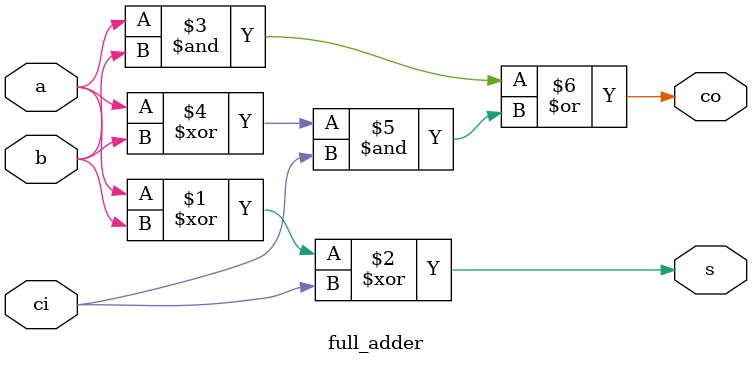
<source format=v>
module rc_adder (SW, LEDR);
  input [8:0] SW;
  output [4:0] LEDR;

  wire _0to1, _1to2, _2to3;

    full_adder u0(
                .ci(SW[8]),
                .a(SW[4]),
                .b(SW[0]),
                .s(LEDR[0]),
                .co(_0to1)
                );

    full_adder u1(.ci(_0to1),
                .a(SW[5]),
                .b(SW[1]),
                .s(LEDR[1]),
                .co(_1to2));

    full_adder u2(.ci(_1to2),
                .a(SW[6]),
                .b(SW[2]),
                .s(LEDR[2]),
                .co(_2to3));

    full_adder u3(.ci(_2to3),
                .a(SW[7]),
                .b(SW[3]),
                .s(LEDR[3]),
                .co(LEDR[4]));


endmodule // rc_adder



module full_adder (ci, a, b, s, co);
  input ci;
  input a, b;
  output s;
  output co;

  assign s = a ^ b ^ ci;
  assign co = (a & b) | ((a ^ b) & ci);

endmodule // full_adder

</source>
